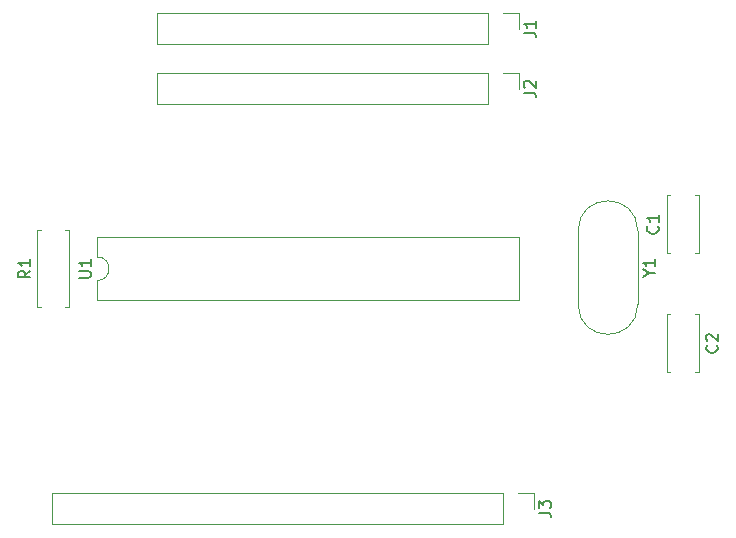
<source format=gbr>
%TF.GenerationSoftware,KiCad,Pcbnew,5.1.6-c6e7f7d~87~ubuntu16.04.1*%
%TF.CreationDate,2021-01-23T18:35:14-05:00*%
%TF.ProjectId,arduinovideo,61726475-696e-46f7-9669-64656f2e6b69,rev?*%
%TF.SameCoordinates,Original*%
%TF.FileFunction,Legend,Top*%
%TF.FilePolarity,Positive*%
%FSLAX46Y46*%
G04 Gerber Fmt 4.6, Leading zero omitted, Abs format (unit mm)*
G04 Created by KiCad (PCBNEW 5.1.6-c6e7f7d~87~ubuntu16.04.1) date 2021-01-23 18:35:14*
%MOMM*%
%LPD*%
G01*
G04 APERTURE LIST*
%ADD10C,0.120000*%
%ADD11C,0.150000*%
G04 APERTURE END LIST*
D10*
%TO.C,Y1*%
X48275000Y-28425000D02*
G75*
G03*
X53325000Y-28425000I2525000J0D01*
G01*
X48275000Y-22175000D02*
G75*
G02*
X53325000Y-22175000I2525000J0D01*
G01*
X53325000Y-22175000D02*
X53325000Y-28425000D01*
X48275000Y-22175000D02*
X48275000Y-28425000D01*
%TO.C,U1*%
X7560000Y-24400000D02*
G75*
G02*
X7560000Y-26400000I0J-1000000D01*
G01*
X7560000Y-26400000D02*
X7560000Y-28050000D01*
X7560000Y-28050000D02*
X43240000Y-28050000D01*
X43240000Y-28050000D02*
X43240000Y-22750000D01*
X43240000Y-22750000D02*
X7560000Y-22750000D01*
X7560000Y-22750000D02*
X7560000Y-24400000D01*
%TO.C,R1*%
X2770000Y-28670000D02*
X2440000Y-28670000D01*
X2440000Y-28670000D02*
X2440000Y-22130000D01*
X2440000Y-22130000D02*
X2770000Y-22130000D01*
X4850000Y-28670000D02*
X5180000Y-28670000D01*
X5180000Y-28670000D02*
X5180000Y-22130000D01*
X5180000Y-22130000D02*
X4850000Y-22130000D01*
%TO.C,J3*%
X3750000Y-44390000D02*
X3750000Y-47050000D01*
X41910000Y-44390000D02*
X3750000Y-44390000D01*
X41910000Y-47050000D02*
X3750000Y-47050000D01*
X41910000Y-44390000D02*
X41910000Y-47050000D01*
X43180000Y-44390000D02*
X44510000Y-44390000D01*
X44510000Y-44390000D02*
X44510000Y-45720000D01*
%TO.C,J2*%
X12640000Y-8830000D02*
X12640000Y-11490000D01*
X40640000Y-8830000D02*
X12640000Y-8830000D01*
X40640000Y-11490000D02*
X12640000Y-11490000D01*
X40640000Y-8830000D02*
X40640000Y-11490000D01*
X41910000Y-8830000D02*
X43240000Y-8830000D01*
X43240000Y-8830000D02*
X43240000Y-10160000D01*
%TO.C,J1*%
X12640000Y-3750000D02*
X12640000Y-6410000D01*
X40640000Y-3750000D02*
X12640000Y-3750000D01*
X40640000Y-6410000D02*
X12640000Y-6410000D01*
X40640000Y-3750000D02*
X40640000Y-6410000D01*
X41910000Y-3750000D02*
X43240000Y-3750000D01*
X43240000Y-3750000D02*
X43240000Y-5080000D01*
%TO.C,C2*%
X58520000Y-29240000D02*
X58520000Y-34180000D01*
X55780000Y-29240000D02*
X55780000Y-34180000D01*
X58520000Y-29240000D02*
X58205000Y-29240000D01*
X56095000Y-29240000D02*
X55780000Y-29240000D01*
X58520000Y-34180000D02*
X58205000Y-34180000D01*
X56095000Y-34180000D02*
X55780000Y-34180000D01*
%TO.C,C1*%
X55780000Y-24100000D02*
X55780000Y-19160000D01*
X58520000Y-24100000D02*
X58520000Y-19160000D01*
X55780000Y-24100000D02*
X56095000Y-24100000D01*
X58205000Y-24100000D02*
X58520000Y-24100000D01*
X55780000Y-19160000D02*
X56095000Y-19160000D01*
X58205000Y-19160000D02*
X58520000Y-19160000D01*
%TO.C,Y1*%
D11*
X54301190Y-25776190D02*
X54777380Y-25776190D01*
X53777380Y-26109523D02*
X54301190Y-25776190D01*
X53777380Y-25442857D01*
X54777380Y-24585714D02*
X54777380Y-25157142D01*
X54777380Y-24871428D02*
X53777380Y-24871428D01*
X53920238Y-24966666D01*
X54015476Y-25061904D01*
X54063095Y-25157142D01*
%TO.C,U1*%
X6012380Y-26161904D02*
X6821904Y-26161904D01*
X6917142Y-26114285D01*
X6964761Y-26066666D01*
X7012380Y-25971428D01*
X7012380Y-25780952D01*
X6964761Y-25685714D01*
X6917142Y-25638095D01*
X6821904Y-25590476D01*
X6012380Y-25590476D01*
X7012380Y-24590476D02*
X7012380Y-25161904D01*
X7012380Y-24876190D02*
X6012380Y-24876190D01*
X6155238Y-24971428D01*
X6250476Y-25066666D01*
X6298095Y-25161904D01*
%TO.C,R1*%
X1892380Y-25566666D02*
X1416190Y-25900000D01*
X1892380Y-26138095D02*
X892380Y-26138095D01*
X892380Y-25757142D01*
X940000Y-25661904D01*
X987619Y-25614285D01*
X1082857Y-25566666D01*
X1225714Y-25566666D01*
X1320952Y-25614285D01*
X1368571Y-25661904D01*
X1416190Y-25757142D01*
X1416190Y-26138095D01*
X1892380Y-24614285D02*
X1892380Y-25185714D01*
X1892380Y-24900000D02*
X892380Y-24900000D01*
X1035238Y-24995238D01*
X1130476Y-25090476D01*
X1178095Y-25185714D01*
%TO.C,J3*%
X44962380Y-46053333D02*
X45676666Y-46053333D01*
X45819523Y-46100952D01*
X45914761Y-46196190D01*
X45962380Y-46339047D01*
X45962380Y-46434285D01*
X44962380Y-45672380D02*
X44962380Y-45053333D01*
X45343333Y-45386666D01*
X45343333Y-45243809D01*
X45390952Y-45148571D01*
X45438571Y-45100952D01*
X45533809Y-45053333D01*
X45771904Y-45053333D01*
X45867142Y-45100952D01*
X45914761Y-45148571D01*
X45962380Y-45243809D01*
X45962380Y-45529523D01*
X45914761Y-45624761D01*
X45867142Y-45672380D01*
%TO.C,J2*%
X43692380Y-10493333D02*
X44406666Y-10493333D01*
X44549523Y-10540952D01*
X44644761Y-10636190D01*
X44692380Y-10779047D01*
X44692380Y-10874285D01*
X43787619Y-10064761D02*
X43740000Y-10017142D01*
X43692380Y-9921904D01*
X43692380Y-9683809D01*
X43740000Y-9588571D01*
X43787619Y-9540952D01*
X43882857Y-9493333D01*
X43978095Y-9493333D01*
X44120952Y-9540952D01*
X44692380Y-10112380D01*
X44692380Y-9493333D01*
%TO.C,J1*%
X43692380Y-5413333D02*
X44406666Y-5413333D01*
X44549523Y-5460952D01*
X44644761Y-5556190D01*
X44692380Y-5699047D01*
X44692380Y-5794285D01*
X44692380Y-4413333D02*
X44692380Y-4984761D01*
X44692380Y-4699047D02*
X43692380Y-4699047D01*
X43835238Y-4794285D01*
X43930476Y-4889523D01*
X43978095Y-4984761D01*
%TO.C,C2*%
X60007142Y-31876666D02*
X60054761Y-31924285D01*
X60102380Y-32067142D01*
X60102380Y-32162380D01*
X60054761Y-32305238D01*
X59959523Y-32400476D01*
X59864285Y-32448095D01*
X59673809Y-32495714D01*
X59530952Y-32495714D01*
X59340476Y-32448095D01*
X59245238Y-32400476D01*
X59150000Y-32305238D01*
X59102380Y-32162380D01*
X59102380Y-32067142D01*
X59150000Y-31924285D01*
X59197619Y-31876666D01*
X59197619Y-31495714D02*
X59150000Y-31448095D01*
X59102380Y-31352857D01*
X59102380Y-31114761D01*
X59150000Y-31019523D01*
X59197619Y-30971904D01*
X59292857Y-30924285D01*
X59388095Y-30924285D01*
X59530952Y-30971904D01*
X60102380Y-31543333D01*
X60102380Y-30924285D01*
%TO.C,C1*%
X55007142Y-21796666D02*
X55054761Y-21844285D01*
X55102380Y-21987142D01*
X55102380Y-22082380D01*
X55054761Y-22225238D01*
X54959523Y-22320476D01*
X54864285Y-22368095D01*
X54673809Y-22415714D01*
X54530952Y-22415714D01*
X54340476Y-22368095D01*
X54245238Y-22320476D01*
X54150000Y-22225238D01*
X54102380Y-22082380D01*
X54102380Y-21987142D01*
X54150000Y-21844285D01*
X54197619Y-21796666D01*
X55102380Y-20844285D02*
X55102380Y-21415714D01*
X55102380Y-21130000D02*
X54102380Y-21130000D01*
X54245238Y-21225238D01*
X54340476Y-21320476D01*
X54388095Y-21415714D01*
%TD*%
M02*

</source>
